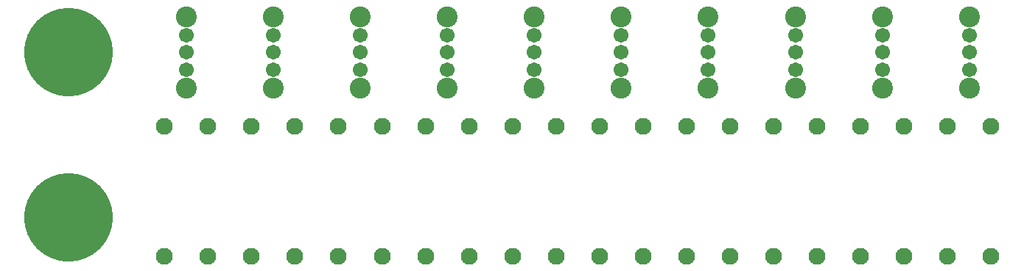
<source format=gts>
G04*
G04 #@! TF.GenerationSoftware,Altium Limited,Altium Designer,18.1.9 (240)*
G04*
G04 Layer_Color=8388736*
%FSLAX25Y25*%
%MOIN*%
G70*
G01*
G75*
%ADD10C,0.07690*%
%ADD11C,0.40170*%
%ADD12C,0.09461*%
%ADD13C,0.06706*%
D10*
X452756Y98425D02*
D03*
Y39370D02*
D03*
X433071Y98425D02*
D03*
Y39370D02*
D03*
X413386Y98425D02*
D03*
Y39370D02*
D03*
X393701Y98425D02*
D03*
Y39370D02*
D03*
X374016Y98425D02*
D03*
Y39370D02*
D03*
X354331Y98425D02*
D03*
Y39370D02*
D03*
X334646Y98425D02*
D03*
Y39370D02*
D03*
X314961Y98425D02*
D03*
Y39370D02*
D03*
X295275Y98425D02*
D03*
Y39370D02*
D03*
X275590Y98425D02*
D03*
Y39370D02*
D03*
X255905Y98425D02*
D03*
Y39370D02*
D03*
X236220Y98425D02*
D03*
Y39370D02*
D03*
X216535Y98425D02*
D03*
Y39370D02*
D03*
X196850Y98425D02*
D03*
Y39370D02*
D03*
X177165Y98425D02*
D03*
Y39370D02*
D03*
X157480Y98425D02*
D03*
Y39370D02*
D03*
X137795Y98425D02*
D03*
Y39370D02*
D03*
X118110Y98425D02*
D03*
Y39370D02*
D03*
X98425Y98425D02*
D03*
Y39370D02*
D03*
X78740Y98425D02*
D03*
Y39370D02*
D03*
D11*
X35433Y132087D02*
D03*
Y57087D02*
D03*
D12*
X442913Y115689D02*
D03*
Y147972D02*
D03*
X403543Y115689D02*
D03*
Y147972D02*
D03*
X364173Y115689D02*
D03*
Y147972D02*
D03*
X324803Y115689D02*
D03*
Y147972D02*
D03*
X285433Y115689D02*
D03*
Y147972D02*
D03*
X246063Y115689D02*
D03*
Y147972D02*
D03*
X206693Y115689D02*
D03*
Y147972D02*
D03*
X167323Y115689D02*
D03*
Y147972D02*
D03*
X127953Y115689D02*
D03*
Y147972D02*
D03*
X88583Y115689D02*
D03*
Y147972D02*
D03*
D13*
X442913Y139705D02*
D03*
Y123957D02*
D03*
Y131831D02*
D03*
X403543Y139705D02*
D03*
Y123957D02*
D03*
Y131831D02*
D03*
X364173Y139705D02*
D03*
Y123957D02*
D03*
Y131831D02*
D03*
X324803Y139705D02*
D03*
Y123957D02*
D03*
Y131831D02*
D03*
X285433Y139705D02*
D03*
Y123957D02*
D03*
Y131831D02*
D03*
X246063Y139705D02*
D03*
Y123957D02*
D03*
Y131831D02*
D03*
X206693Y139705D02*
D03*
Y123957D02*
D03*
Y131831D02*
D03*
X167323Y139705D02*
D03*
Y123957D02*
D03*
Y131831D02*
D03*
X127953Y139705D02*
D03*
Y123957D02*
D03*
Y131831D02*
D03*
X88583Y139705D02*
D03*
Y123957D02*
D03*
Y131831D02*
D03*
M02*

</source>
